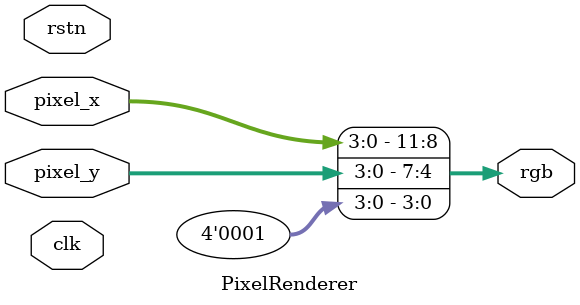
<source format=v>
module PixelRenderer(
    input clk,
    input rstn,
    input [10:0] pixel_x,
    input [10:0] pixel_y,
    output [11:0] rgb
);
assign rgb = {pixel_x[3:0], pixel_y[3:0], 4'b1};
endmodule
</source>
